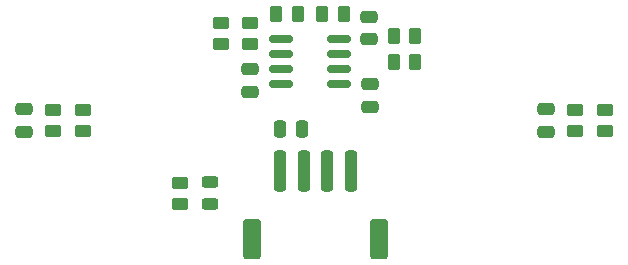
<source format=gtp>
G04 #@! TF.GenerationSoftware,KiCad,Pcbnew,8.0.6*
G04 #@! TF.CreationDate,2025-03-21T23:15:14+00:00*
G04 #@! TF.ProjectId,imu_rc_car_encoders,696d755f-7263-45f6-9361-725f656e636f,rev?*
G04 #@! TF.SameCoordinates,Original*
G04 #@! TF.FileFunction,Paste,Top*
G04 #@! TF.FilePolarity,Positive*
%FSLAX46Y46*%
G04 Gerber Fmt 4.6, Leading zero omitted, Abs format (unit mm)*
G04 Created by KiCad (PCBNEW 8.0.6) date 2025-03-21 23:15:14*
%MOMM*%
%LPD*%
G01*
G04 APERTURE LIST*
G04 Aperture macros list*
%AMRoundRect*
0 Rectangle with rounded corners*
0 $1 Rounding radius*
0 $2 $3 $4 $5 $6 $7 $8 $9 X,Y pos of 4 corners*
0 Add a 4 corners polygon primitive as box body*
4,1,4,$2,$3,$4,$5,$6,$7,$8,$9,$2,$3,0*
0 Add four circle primitives for the rounded corners*
1,1,$1+$1,$2,$3*
1,1,$1+$1,$4,$5*
1,1,$1+$1,$6,$7*
1,1,$1+$1,$8,$9*
0 Add four rect primitives between the rounded corners*
20,1,$1+$1,$2,$3,$4,$5,0*
20,1,$1+$1,$4,$5,$6,$7,0*
20,1,$1+$1,$6,$7,$8,$9,0*
20,1,$1+$1,$8,$9,$2,$3,0*%
G04 Aperture macros list end*
%ADD10RoundRect,0.250000X-0.475000X0.250000X-0.475000X-0.250000X0.475000X-0.250000X0.475000X0.250000X0*%
%ADD11RoundRect,0.250000X0.262500X0.450000X-0.262500X0.450000X-0.262500X-0.450000X0.262500X-0.450000X0*%
%ADD12RoundRect,0.243750X0.456250X-0.243750X0.456250X0.243750X-0.456250X0.243750X-0.456250X-0.243750X0*%
%ADD13RoundRect,0.150000X-0.825000X-0.150000X0.825000X-0.150000X0.825000X0.150000X-0.825000X0.150000X0*%
%ADD14RoundRect,0.250000X-0.262500X-0.450000X0.262500X-0.450000X0.262500X0.450000X-0.262500X0.450000X0*%
%ADD15RoundRect,0.250000X0.450000X-0.262500X0.450000X0.262500X-0.450000X0.262500X-0.450000X-0.262500X0*%
%ADD16RoundRect,0.250000X-0.250000X-0.475000X0.250000X-0.475000X0.250000X0.475000X-0.250000X0.475000X0*%
%ADD17RoundRect,0.250000X-0.250000X-1.500000X0.250000X-1.500000X0.250000X1.500000X-0.250000X1.500000X0*%
%ADD18RoundRect,0.250001X-0.499999X-1.449999X0.499999X-1.449999X0.499999X1.449999X-0.499999X1.449999X0*%
%ADD19RoundRect,0.250000X-0.450000X0.262500X-0.450000X-0.262500X0.450000X-0.262500X0.450000X0.262500X0*%
%ADD20RoundRect,0.250000X0.475000X-0.250000X0.475000X0.250000X-0.475000X0.250000X-0.475000X-0.250000X0*%
G04 APERTURE END LIST*
D10*
X50038098Y-21009623D03*
X50038098Y-22909623D03*
D11*
X47840645Y-15116341D03*
X46015645Y-15116341D03*
D12*
X36510000Y-31180000D03*
X36510000Y-29305000D03*
D13*
X42499378Y-17201331D03*
X42499378Y-18471331D03*
X42499378Y-19741331D03*
X42499378Y-21011331D03*
X47449378Y-21011331D03*
X47449378Y-19741331D03*
X47449378Y-18471331D03*
X47449378Y-17201331D03*
D14*
X52065000Y-16920000D03*
X53890000Y-16920000D03*
D15*
X25710000Y-25001250D03*
X25710000Y-23176250D03*
X67440000Y-25023750D03*
X67440000Y-23198750D03*
D14*
X42115645Y-15116341D03*
X43940645Y-15116341D03*
D15*
X37403145Y-17641341D03*
X37403145Y-15816341D03*
X23225000Y-25001250D03*
X23225000Y-23176250D03*
D10*
X20710000Y-23158750D03*
X20710000Y-25058750D03*
D16*
X42420000Y-24840000D03*
X44320000Y-24840000D03*
D14*
X52062355Y-19107109D03*
X53887355Y-19107109D03*
D10*
X64925000Y-23141250D03*
X64925000Y-25041250D03*
D15*
X69925000Y-25023750D03*
X69925000Y-23198750D03*
D17*
X42418758Y-28343805D03*
X44418758Y-28343805D03*
X46418758Y-28343805D03*
X48418758Y-28343805D03*
D18*
X40068758Y-34093805D03*
X50768758Y-34093805D03*
D19*
X33989145Y-29359742D03*
X33989145Y-31184742D03*
D20*
X49979237Y-17205366D03*
X49979237Y-15305366D03*
D19*
X39903145Y-15816341D03*
X39903145Y-17641341D03*
D10*
X39903145Y-19741341D03*
X39903145Y-21641341D03*
M02*

</source>
